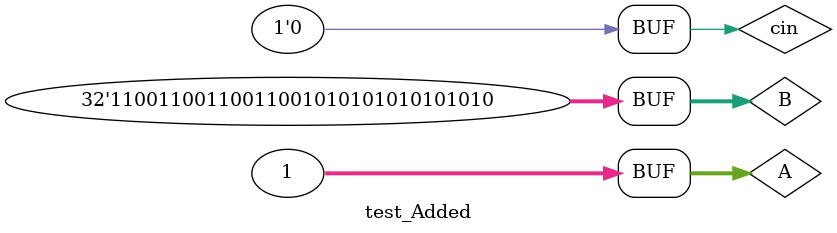
<source format=v>
module added(A,B,cin,sum,cout);
    input [31:0] A,B;
    output [31:0] sum;
    input cin;
    output cout;
    assign {cout,sum} = A+B+cin;
endmodule

module test_Added;
    reg [31:0] A,B;
    reg cin;
    wire cout;
    wire [31:0] sum;
    added aaa(A,B,cin,sum,cout);
    initial begin
        A = 32'd0;
        B = 32'd11;
        cin = 1'b1; 
    end
    initial begin
        $monitor($time," A = %d \t B = %d \t cin = %b \t cout = %b \t sum = %d\n",A,B,cin,cout,sum);
        #5 cin=1'b0;
        #5 B=32'hFFFFFFFF;
        A=32'd1;
        #5 B=32'hCCCCAAAA;
    end
endmodule 
</source>
